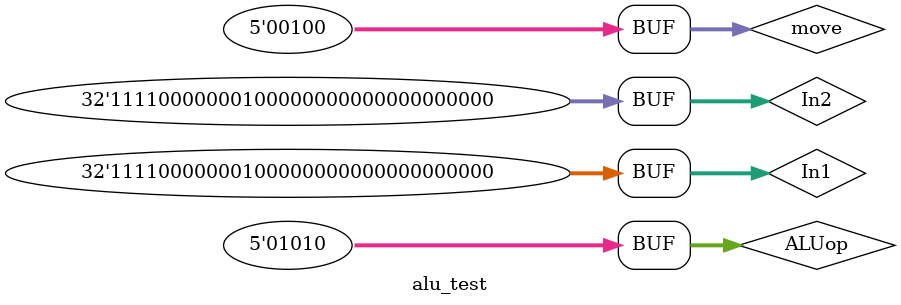
<source format=v>
`timescale 1ns / 1ps


module alu_test;

	// Inputs
	reg [31:0] In1;
	reg [31:0] In2;
	reg [4:0] ALUop;
	reg [4:0] move;

	// Outputs
	wire [31:0] output1;
	wire zero;

	// Instantiate the Unit Under Test (UUT)
	ALU uut (
		.In1(In1), 
		.In2(In2), 
		.ALUop(ALUop), 
		.output1(output1), 
		.zero(zero), 
		.move(move)
	);

	initial begin
		// Initialize Inputs
		In1 = 32'hf0100000;
		In2 = 32'hf0100000;
		ALUop = 5'b01010;
		move = 5'b00100;

		// Wait 100 ns for global reset to finish
		#100;
        
		// Add stimulus here

	end
      
endmodule


</source>
